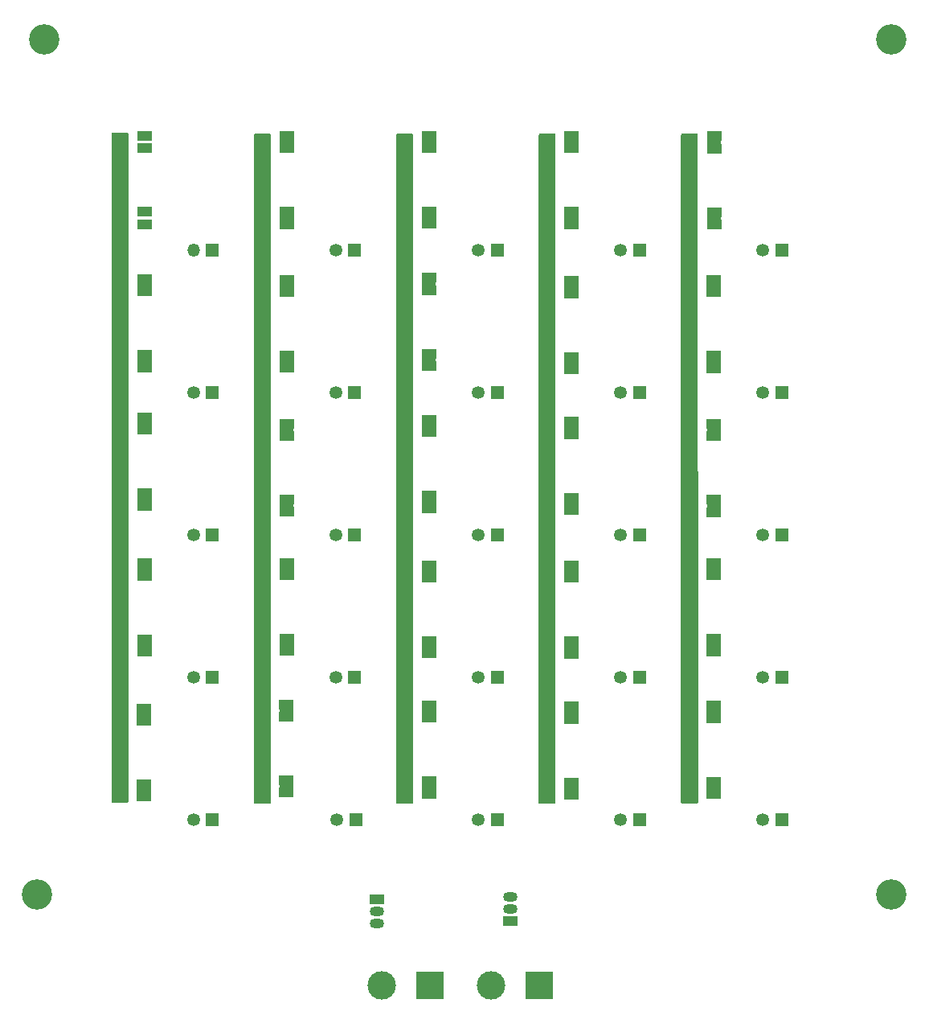
<source format=gbr>
%TF.GenerationSoftware,KiCad,Pcbnew,9.0.4*%
%TF.CreationDate,2025-09-23T10:18:57+12:00*%
%TF.ProjectId,esfgrid_ckt_IA,65736667-7269-4645-9f63-6b745f49412e,rev?*%
%TF.SameCoordinates,Original*%
%TF.FileFunction,Soldermask,Bot*%
%TF.FilePolarity,Negative*%
%FSLAX46Y46*%
G04 Gerber Fmt 4.6, Leading zero omitted, Abs format (unit mm)*
G04 Created by KiCad (PCBNEW 9.0.4) date 2025-09-23 10:18:57*
%MOMM*%
%LPD*%
G01*
G04 APERTURE LIST*
%ADD10R,1.350000X1.350000*%
%ADD11C,1.350000*%
%ADD12R,1.500000X1.050000*%
%ADD13O,1.500000X1.050000*%
%ADD14C,3.200000*%
%ADD15R,3.000000X3.000000*%
%ADD16C,3.000000*%
%ADD17O,1.350000X1.350000*%
%ADD18R,1.500000X1.000000*%
G04 APERTURE END LIST*
%TO.C,JP26*%
G36*
X206570000Y-95395000D02*
G01*
X208070000Y-95395000D01*
X208070000Y-95695000D01*
X206570000Y-95695000D01*
X206570000Y-95395000D01*
G37*
%TO.C,JP10*%
G36*
X236610000Y-65530000D02*
G01*
X238110000Y-65530000D01*
X238110000Y-65830000D01*
X236610000Y-65830000D01*
X236610000Y-65530000D01*
G37*
%TO.C,JP21*%
G36*
X176620000Y-87130000D02*
G01*
X178120000Y-87130000D01*
X178120000Y-87430000D01*
X176620000Y-87430000D01*
X176620000Y-87130000D01*
G37*
%TO.C,JP36*%
G36*
X206570000Y-110680000D02*
G01*
X208070000Y-110680000D01*
X208070000Y-110980000D01*
X206570000Y-110980000D01*
X206570000Y-110680000D01*
G37*
%TO.C,JP7*%
G36*
X221557600Y-57492500D02*
G01*
X223057600Y-57492500D01*
X223057600Y-57792500D01*
X221557600Y-57792500D01*
X221557600Y-57492500D01*
G37*
%TO.C,JP23*%
G36*
X191570000Y-87790000D02*
G01*
X193070000Y-87790000D01*
X193070000Y-88090000D01*
X191570000Y-88090000D01*
X191570000Y-87790000D01*
G37*
%TO.C,JP31*%
G36*
X176610000Y-102500000D02*
G01*
X178110000Y-102500000D01*
X178110000Y-102800000D01*
X176610000Y-102800000D01*
X176610000Y-102500000D01*
G37*
%TO.C,JP18*%
G36*
X221580000Y-80780000D02*
G01*
X223080000Y-80780000D01*
X223080000Y-81080000D01*
X221580000Y-81080000D01*
X221580000Y-80780000D01*
G37*
%TO.C,JP50*%
G36*
X236590000Y-125480000D02*
G01*
X238090000Y-125480000D01*
X238090000Y-125780000D01*
X236590000Y-125780000D01*
X236590000Y-125480000D01*
G37*
%TO.C,JP8*%
G36*
X221557600Y-65482500D02*
G01*
X223057600Y-65482500D01*
X223057600Y-65782500D01*
X221557600Y-65782500D01*
X221557600Y-65482500D01*
G37*
%TO.C,JP17*%
G36*
X221580000Y-72790000D02*
G01*
X223080000Y-72790000D01*
X223080000Y-73090000D01*
X221580000Y-73090000D01*
X221580000Y-72790000D01*
G37*
%TO.C,JP41*%
G36*
X176557600Y-117760000D02*
G01*
X178057600Y-117760000D01*
X178057600Y-118060000D01*
X176557600Y-118060000D01*
X176557600Y-117760000D01*
G37*
%TO.C,JP4*%
G36*
X191597600Y-65487500D02*
G01*
X193097600Y-65487500D01*
X193097600Y-65787500D01*
X191597600Y-65787500D01*
X191597600Y-65487500D01*
G37*
%TO.C,JP29*%
G36*
X236600000Y-87810000D02*
G01*
X238100000Y-87810000D01*
X238100000Y-88110000D01*
X236600000Y-88110000D01*
X236600000Y-87810000D01*
G37*
%TO.C,JP33*%
G36*
X191607500Y-102442500D02*
G01*
X193107500Y-102442500D01*
X193107500Y-102742500D01*
X191607500Y-102742500D01*
X191607500Y-102442500D01*
G37*
%TO.C,JP34*%
G36*
X191607500Y-110432500D02*
G01*
X193107500Y-110432500D01*
X193107500Y-110732500D01*
X191607500Y-110732500D01*
X191607500Y-110432500D01*
G37*
%TO.C,JP5*%
G36*
X206585000Y-57490000D02*
G01*
X208085000Y-57490000D01*
X208085000Y-57790000D01*
X206585000Y-57790000D01*
X206585000Y-57490000D01*
G37*
%TO.C,JP16*%
G36*
X206550000Y-80440000D02*
G01*
X208050000Y-80440000D01*
X208050000Y-80740000D01*
X206550000Y-80740000D01*
X206550000Y-80440000D01*
G37*
%TO.C,JP47*%
G36*
X221580000Y-117560000D02*
G01*
X223080000Y-117560000D01*
X223080000Y-117860000D01*
X221580000Y-117860000D01*
X221580000Y-117560000D01*
G37*
%TO.C,JP40*%
G36*
X236580000Y-110460000D02*
G01*
X238080000Y-110460000D01*
X238080000Y-110760000D01*
X236580000Y-110760000D01*
X236580000Y-110460000D01*
G37*
%TO.C,JP44*%
G36*
X191550000Y-125320000D02*
G01*
X193050000Y-125320000D01*
X193050000Y-125620000D01*
X191550000Y-125620000D01*
X191550000Y-125320000D01*
G37*
%TO.C,JP32*%
G36*
X176610000Y-110490000D02*
G01*
X178110000Y-110490000D01*
X178110000Y-110790000D01*
X176610000Y-110790000D01*
X176610000Y-110490000D01*
G37*
%TO.C,JP24*%
G36*
X191570000Y-95780000D02*
G01*
X193070000Y-95780000D01*
X193070000Y-96080000D01*
X191570000Y-96080000D01*
X191570000Y-95780000D01*
G37*
%TO.C,JP46*%
G36*
X206562500Y-125440000D02*
G01*
X208062500Y-125440000D01*
X208062500Y-125740000D01*
X206562500Y-125740000D01*
X206562500Y-125440000D01*
G37*
%TO.C,JP15*%
G36*
X206550000Y-72450000D02*
G01*
X208050000Y-72450000D01*
X208050000Y-72750000D01*
X206550000Y-72750000D01*
X206550000Y-72450000D01*
G37*
%TO.C,JP38*%
G36*
X221570000Y-110710000D02*
G01*
X223070000Y-110710000D01*
X223070000Y-111010000D01*
X221570000Y-111010000D01*
X221570000Y-110710000D01*
G37*
%TO.C,JP43*%
G36*
X191550000Y-117330000D02*
G01*
X193050000Y-117330000D01*
X193050000Y-117630000D01*
X191550000Y-117630000D01*
X191550000Y-117330000D01*
G37*
%TO.C,JP39*%
G36*
X236580000Y-102470000D02*
G01*
X238080000Y-102470000D01*
X238080000Y-102770000D01*
X236580000Y-102770000D01*
X236580000Y-102470000D01*
G37*
%TO.C,JP35*%
G36*
X206570000Y-102690000D02*
G01*
X208070000Y-102690000D01*
X208070000Y-102990000D01*
X206570000Y-102990000D01*
X206570000Y-102690000D01*
G37*
%TO.C,JP30*%
G36*
X236600000Y-95800000D02*
G01*
X238100000Y-95800000D01*
X238100000Y-96100000D01*
X236600000Y-96100000D01*
X236600000Y-95800000D01*
G37*
%TO.C,JP27*%
G36*
X221565000Y-87590000D02*
G01*
X223065000Y-87590000D01*
X223065000Y-87890000D01*
X221565000Y-87890000D01*
X221565000Y-87590000D01*
G37*
%TO.C,JP6*%
G36*
X206585000Y-65480000D02*
G01*
X208085000Y-65480000D01*
X208085000Y-65780000D01*
X206585000Y-65780000D01*
X206585000Y-65480000D01*
G37*
%TO.C,JP19*%
G36*
X236580000Y-72675000D02*
G01*
X238080000Y-72675000D01*
X238080000Y-72975000D01*
X236580000Y-72975000D01*
X236580000Y-72675000D01*
G37*
%TO.C,JP22*%
G36*
X176620000Y-95120000D02*
G01*
X178120000Y-95120000D01*
X178120000Y-95420000D01*
X176620000Y-95420000D01*
X176620000Y-95120000D01*
G37*
%TO.C,JP11*%
G36*
X176630000Y-72570000D02*
G01*
X178130000Y-72570000D01*
X178130000Y-72870000D01*
X176630000Y-72870000D01*
X176630000Y-72570000D01*
G37*
%TO.C,JP42*%
G36*
X176557600Y-125750000D02*
G01*
X178057600Y-125750000D01*
X178057600Y-126050000D01*
X176557600Y-126050000D01*
X176557600Y-125750000D01*
G37*
%TO.C,JP45*%
G36*
X206562500Y-117450000D02*
G01*
X208062500Y-117450000D01*
X208062500Y-117750000D01*
X206562500Y-117750000D01*
X206562500Y-117450000D01*
G37*
%TO.C,JP14*%
G36*
X191600000Y-80620000D02*
G01*
X193100000Y-80620000D01*
X193100000Y-80920000D01*
X191600000Y-80920000D01*
X191600000Y-80620000D01*
G37*
%TO.C,JP13*%
G36*
X191600000Y-72630000D02*
G01*
X193100000Y-72630000D01*
X193100000Y-72930000D01*
X191600000Y-72930000D01*
X191600000Y-72630000D01*
G37*
%TO.C,JP37*%
G36*
X221570000Y-102720000D02*
G01*
X223070000Y-102720000D01*
X223070000Y-103020000D01*
X221570000Y-103020000D01*
X221570000Y-102720000D01*
G37*
%TO.C,JP48*%
G36*
X221580000Y-125550000D02*
G01*
X223080000Y-125550000D01*
X223080000Y-125850000D01*
X221580000Y-125850000D01*
X221580000Y-125550000D01*
G37*
%TO.C,JP3*%
G36*
X191597600Y-57497500D02*
G01*
X193097600Y-57497500D01*
X193097600Y-57797500D01*
X191597600Y-57797500D01*
X191597600Y-57497500D01*
G37*
%TO.C,JP9*%
G36*
X236610000Y-57540000D02*
G01*
X238110000Y-57540000D01*
X238110000Y-57840000D01*
X236610000Y-57840000D01*
X236610000Y-57540000D01*
G37*
%TO.C,JP25*%
G36*
X206570000Y-87405000D02*
G01*
X208070000Y-87405000D01*
X208070000Y-87705000D01*
X206570000Y-87705000D01*
X206570000Y-87405000D01*
G37*
%TO.C,JP20*%
G36*
X236580000Y-80665000D02*
G01*
X238080000Y-80665000D01*
X238080000Y-80965000D01*
X236580000Y-80965000D01*
X236580000Y-80665000D01*
G37*
%TO.C,JP28*%
G36*
X221565000Y-95580000D02*
G01*
X223065000Y-95580000D01*
X223065000Y-95880000D01*
X221565000Y-95880000D01*
X221565000Y-95580000D01*
G37*
%TO.C,JP49*%
G36*
X236590000Y-117490000D02*
G01*
X238090000Y-117490000D01*
X238090000Y-117790000D01*
X236590000Y-117790000D01*
X236590000Y-117490000D01*
G37*
%TO.C,JP12*%
G36*
X176630000Y-80560000D02*
G01*
X178130000Y-80560000D01*
X178130000Y-80860000D01*
X176630000Y-80860000D01*
X176630000Y-80560000D01*
G37*
%TD*%
D10*
%TO.C,J18*%
X184500000Y-114000000D03*
D11*
X182500000Y-114000000D03*
%TD*%
D10*
%TO.C,J6*%
X229500000Y-69000000D03*
D11*
X227500000Y-69000000D03*
%TD*%
D10*
%TO.C,J27*%
X244500000Y-129000000D03*
D11*
X242500000Y-129000000D03*
%TD*%
D10*
%TO.C,J13*%
X184500000Y-99000000D03*
D11*
X182500000Y-99000000D03*
%TD*%
D12*
%TO.C,U1*%
X201825000Y-137395000D03*
D13*
X201825000Y-138665000D03*
X201825000Y-139935000D03*
%TD*%
D14*
%TO.C,REF\u002A\u002A*%
X166057960Y-136869986D03*
%TD*%
D10*
%TO.C,J25*%
X214500000Y-129000000D03*
D11*
X212500000Y-129000000D03*
%TD*%
D10*
%TO.C,J19*%
X199500000Y-114000000D03*
D11*
X197500000Y-114000000D03*
%TD*%
D10*
%TO.C,J16*%
X229500000Y-99000000D03*
D11*
X227500000Y-99000000D03*
%TD*%
D10*
%TO.C,J8*%
X184500000Y-84000000D03*
D11*
X182500000Y-84000000D03*
%TD*%
D15*
%TO.C,J2*%
X218965000Y-146405000D03*
D16*
X213885000Y-146405000D03*
%TD*%
D10*
%TO.C,J14*%
X199500000Y-99000000D03*
D11*
X197500000Y-99000000D03*
%TD*%
D10*
%TO.C,J17*%
X244500000Y-99000000D03*
D11*
X242500000Y-99000000D03*
%TD*%
D10*
%TO.C,J20*%
X214500000Y-114000000D03*
D11*
X212500000Y-114000000D03*
%TD*%
D12*
%TO.C,U2*%
X215895000Y-139645000D03*
D13*
X215895000Y-138375000D03*
X215895000Y-137105000D03*
%TD*%
D15*
%TO.C,J1*%
X207455000Y-146415000D03*
D16*
X202375000Y-146415000D03*
%TD*%
D10*
%TO.C,J11*%
X229500000Y-84000000D03*
D11*
X227500000Y-84000000D03*
%TD*%
D10*
%TO.C,J4*%
X199500000Y-69000000D03*
D11*
X197500000Y-69000000D03*
%TD*%
D10*
%TO.C,J9*%
X199500000Y-84000000D03*
D11*
X197500000Y-84000000D03*
%TD*%
D14*
%TO.C,REF\u002A\u002A*%
X256057960Y-46869986D03*
%TD*%
D10*
%TO.C,J3*%
X184500000Y-69000000D03*
D17*
X182500000Y-69000000D03*
%TD*%
D10*
%TO.C,J21*%
X229500000Y-114000000D03*
D11*
X227500000Y-114000000D03*
%TD*%
D10*
%TO.C,J7*%
X244500000Y-69000000D03*
D11*
X242500000Y-69000000D03*
%TD*%
D10*
%TO.C,J5*%
X214500000Y-69000000D03*
D11*
X212500000Y-69000000D03*
%TD*%
D10*
%TO.C,J15*%
X214500000Y-99000000D03*
D11*
X212500000Y-99000000D03*
%TD*%
D10*
%TO.C,J10*%
X214500000Y-84000000D03*
D11*
X212500000Y-84000000D03*
%TD*%
D10*
%TO.C,J24*%
X199600000Y-129000000D03*
D11*
X197600000Y-129000000D03*
%TD*%
D10*
%TO.C,J26*%
X229500000Y-129000000D03*
D11*
X227500000Y-129000000D03*
%TD*%
D10*
%TO.C,J22*%
X244500000Y-114000000D03*
D11*
X242500000Y-114000000D03*
%TD*%
D10*
%TO.C,J23*%
X184500000Y-129000000D03*
D11*
X182500000Y-129000000D03*
%TD*%
D14*
%TO.C,REF\u002A\u002A*%
X256057960Y-136869986D03*
%TD*%
%TO.C,REF\u002A\u002A*%
X166750000Y-46869986D03*
%TD*%
D10*
%TO.C,J12*%
X244500000Y-84000000D03*
D11*
X242500000Y-84000000D03*
%TD*%
D18*
%TO.C,JP26*%
X207320000Y-94895000D03*
X207320000Y-96195000D03*
%TD*%
%TO.C,JP10*%
X237360000Y-65030000D03*
X237360000Y-66330000D03*
%TD*%
%TO.C,JP21*%
X177370000Y-86630000D03*
X177370000Y-87930000D03*
%TD*%
%TO.C,JP36*%
X207320000Y-110180000D03*
X207320000Y-111480000D03*
%TD*%
%TO.C,JP7*%
X222307600Y-56992500D03*
X222307600Y-58292500D03*
%TD*%
%TO.C,JP23*%
X192320000Y-87290000D03*
X192320000Y-88590000D03*
%TD*%
%TO.C,JP31*%
X177360000Y-102000000D03*
X177360000Y-103300000D03*
%TD*%
%TO.C,JP18*%
X222330000Y-80280000D03*
X222330000Y-81580000D03*
%TD*%
%TO.C,JP1*%
X177357600Y-57010000D03*
X177357600Y-58310000D03*
%TD*%
%TO.C,JP50*%
X237340000Y-124980000D03*
X237340000Y-126280000D03*
%TD*%
%TO.C,JP8*%
X222307600Y-64982500D03*
X222307600Y-66282500D03*
%TD*%
%TO.C,JP17*%
X222330000Y-72290000D03*
X222330000Y-73590000D03*
%TD*%
%TO.C,JP41*%
X177307600Y-117260000D03*
X177307600Y-118560000D03*
%TD*%
%TO.C,JP4*%
X192347600Y-64987500D03*
X192347600Y-66287500D03*
%TD*%
%TO.C,JP29*%
X237350000Y-87310000D03*
X237350000Y-88610000D03*
%TD*%
%TO.C,JP33*%
X192357500Y-101942500D03*
X192357500Y-103242500D03*
%TD*%
%TO.C,JP34*%
X192357500Y-109932500D03*
X192357500Y-111232500D03*
%TD*%
%TO.C,JP5*%
X207335000Y-56990000D03*
X207335000Y-58290000D03*
%TD*%
%TO.C,JP16*%
X207300000Y-79940000D03*
X207300000Y-81240000D03*
%TD*%
%TO.C,JP47*%
X222330000Y-117060000D03*
X222330000Y-118360000D03*
%TD*%
%TO.C,JP40*%
X237330000Y-109960000D03*
X237330000Y-111260000D03*
%TD*%
%TO.C,JP2*%
X177357600Y-65000000D03*
X177357600Y-66300000D03*
%TD*%
%TO.C,JP44*%
X192300000Y-124820000D03*
X192300000Y-126120000D03*
%TD*%
%TO.C,JP32*%
X177360000Y-109990000D03*
X177360000Y-111290000D03*
%TD*%
%TO.C,JP24*%
X192320000Y-95280000D03*
X192320000Y-96580000D03*
%TD*%
%TO.C,JP46*%
X207312500Y-124940000D03*
X207312500Y-126240000D03*
%TD*%
%TO.C,JP15*%
X207300000Y-71950000D03*
X207300000Y-73250000D03*
%TD*%
%TO.C,JP38*%
X222320000Y-110210000D03*
X222320000Y-111510000D03*
%TD*%
%TO.C,JP43*%
X192300000Y-116830000D03*
X192300000Y-118130000D03*
%TD*%
%TO.C,JP39*%
X237330000Y-101970000D03*
X237330000Y-103270000D03*
%TD*%
%TO.C,JP35*%
X207320000Y-102190000D03*
X207320000Y-103490000D03*
%TD*%
%TO.C,JP30*%
X237350000Y-95300000D03*
X237350000Y-96600000D03*
%TD*%
%TO.C,JP27*%
X222315000Y-87090000D03*
X222315000Y-88390000D03*
%TD*%
%TO.C,JP6*%
X207335000Y-64980000D03*
X207335000Y-66280000D03*
%TD*%
%TO.C,JP19*%
X237330000Y-72175000D03*
X237330000Y-73475000D03*
%TD*%
%TO.C,JP22*%
X177370000Y-94620000D03*
X177370000Y-95920000D03*
%TD*%
%TO.C,JP11*%
X177380000Y-72070000D03*
X177380000Y-73370000D03*
%TD*%
%TO.C,JP42*%
X177307600Y-125250000D03*
X177307600Y-126550000D03*
%TD*%
%TO.C,JP45*%
X207312500Y-116950000D03*
X207312500Y-118250000D03*
%TD*%
%TO.C,JP14*%
X192350000Y-80120000D03*
X192350000Y-81420000D03*
%TD*%
%TO.C,JP13*%
X192350000Y-72130000D03*
X192350000Y-73430000D03*
%TD*%
%TO.C,JP37*%
X222320000Y-102220000D03*
X222320000Y-103520000D03*
%TD*%
%TO.C,JP48*%
X222330000Y-125050000D03*
X222330000Y-126350000D03*
%TD*%
%TO.C,JP3*%
X192347600Y-56997500D03*
X192347600Y-58297500D03*
%TD*%
%TO.C,JP9*%
X237360000Y-57040000D03*
X237360000Y-58340000D03*
%TD*%
%TO.C,JP25*%
X207320000Y-86905000D03*
X207320000Y-88205000D03*
%TD*%
%TO.C,JP20*%
X237330000Y-80165000D03*
X237330000Y-81465000D03*
%TD*%
%TO.C,JP28*%
X222315000Y-95080000D03*
X222315000Y-96380000D03*
%TD*%
%TO.C,JP49*%
X237340000Y-116990000D03*
X237340000Y-118290000D03*
%TD*%
%TO.C,JP12*%
X177380000Y-80060000D03*
X177380000Y-81360000D03*
%TD*%
G36*
X205600649Y-56789685D02*
G01*
X205646404Y-56842489D01*
X205657610Y-56893991D01*
X205662992Y-127145991D01*
X205643313Y-127213031D01*
X205590512Y-127258790D01*
X205538992Y-127270000D01*
X204001600Y-127270000D01*
X203934561Y-127250315D01*
X203888806Y-127197511D01*
X203877600Y-127146000D01*
X203877600Y-56894000D01*
X203897285Y-56826961D01*
X203950089Y-56781206D01*
X204001600Y-56770000D01*
X205533610Y-56770000D01*
X205600649Y-56789685D01*
G37*
G36*
X175581009Y-56689671D02*
G01*
X175626764Y-56742475D01*
X175637970Y-56793977D01*
X175643352Y-127045977D01*
X175623673Y-127113017D01*
X175570872Y-127158776D01*
X175519352Y-127169986D01*
X173981960Y-127169986D01*
X173914921Y-127150301D01*
X173869166Y-127097497D01*
X173857960Y-127045986D01*
X173857960Y-56793986D01*
X173877645Y-56726947D01*
X173930449Y-56681192D01*
X173981960Y-56669986D01*
X175513970Y-56669986D01*
X175581009Y-56689671D01*
G37*
G36*
X220600649Y-56789685D02*
G01*
X220646404Y-56842489D01*
X220657610Y-56893991D01*
X220662992Y-127145991D01*
X220643313Y-127213031D01*
X220590512Y-127258790D01*
X220538992Y-127270000D01*
X219001600Y-127270000D01*
X218934561Y-127250315D01*
X218888806Y-127197511D01*
X218877600Y-127146000D01*
X218877600Y-56894000D01*
X218897285Y-56826961D01*
X218950089Y-56781206D01*
X219001600Y-56770000D01*
X220533610Y-56770000D01*
X220600649Y-56789685D01*
G37*
G36*
X190600649Y-56789685D02*
G01*
X190646404Y-56842489D01*
X190657610Y-56893991D01*
X190662992Y-127145991D01*
X190643313Y-127213031D01*
X190590512Y-127258790D01*
X190538992Y-127270000D01*
X189001600Y-127270000D01*
X188934561Y-127250315D01*
X188888806Y-127197511D01*
X188877600Y-127146000D01*
X188877600Y-56894000D01*
X188897285Y-56826961D01*
X188950089Y-56781206D01*
X189001600Y-56770000D01*
X190533610Y-56770000D01*
X190600649Y-56789685D01*
G37*
G36*
X235600649Y-56789685D02*
G01*
X235646404Y-56842489D01*
X235657610Y-56893991D01*
X235662992Y-127145991D01*
X235643313Y-127213031D01*
X235590512Y-127258790D01*
X235538992Y-127270000D01*
X234001600Y-127270000D01*
X233934561Y-127250315D01*
X233888806Y-127197511D01*
X233877600Y-127146000D01*
X233877600Y-56894000D01*
X233897285Y-56826961D01*
X233950089Y-56781206D01*
X234001600Y-56770000D01*
X235533610Y-56770000D01*
X235600649Y-56789685D01*
G37*
M02*

</source>
